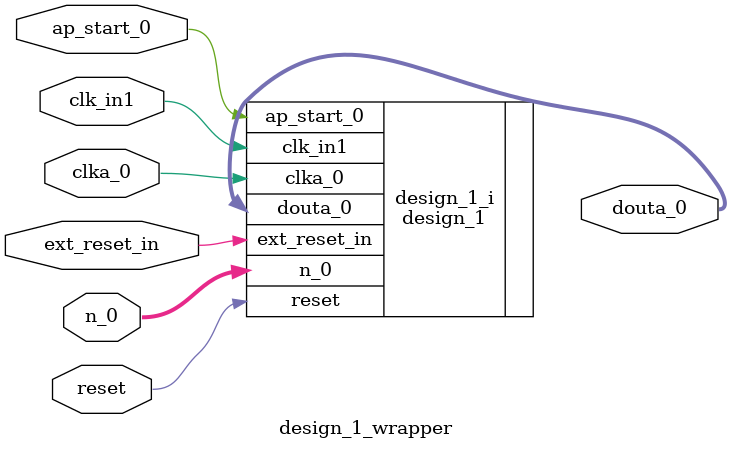
<source format=v>
`timescale 1 ps / 1 ps

module design_1_wrapper
   (ap_start_0,
    clk_in1,
    clka_0,
    douta_0,
    ext_reset_in,
    n_0,
    reset);
  input ap_start_0;
  input clk_in1;
  input clka_0;
  output [31:0]douta_0;
  input ext_reset_in;
  input [31:0]n_0;
  input reset;

  wire ap_start_0;
  wire clk_in1;
  wire clka_0;
  wire [31:0]douta_0;
  wire ext_reset_in;
  wire [31:0]n_0;
  wire reset;

  design_1 design_1_i
       (.ap_start_0(ap_start_0),
        .clk_in1(clk_in1),
        .clka_0(clka_0),
        .douta_0(douta_0),
        .ext_reset_in(ext_reset_in),
        .n_0(n_0),
        .reset(reset));
endmodule

</source>
